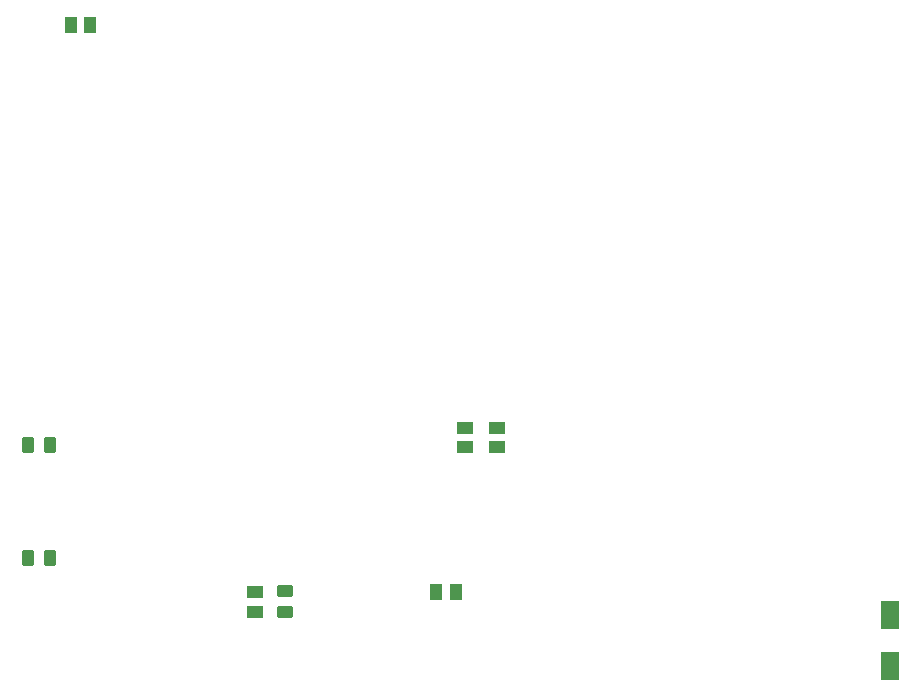
<source format=gbr>
%TF.GenerationSoftware,KiCad,Pcbnew,7.0.8*%
%TF.CreationDate,2023-10-09T21:05:16-03:00*%
%TF.ProjectId,PlacaTeste_Sillion,506c6163-6154-4657-9374-655f53696c6c,r1.0*%
%TF.SameCoordinates,Original*%
%TF.FileFunction,Paste,Bot*%
%TF.FilePolarity,Positive*%
%FSLAX46Y46*%
G04 Gerber Fmt 4.6, Leading zero omitted, Abs format (unit mm)*
G04 Created by KiCad (PCBNEW 7.0.8) date 2023-10-09 21:05:16*
%MOMM*%
%LPD*%
G01*
G04 APERTURE LIST*
G04 Aperture macros list*
%AMRoundRect*
0 Rectangle with rounded corners*
0 $1 Rounding radius*
0 $2 $3 $4 $5 $6 $7 $8 $9 X,Y pos of 4 corners*
0 Add a 4 corners polygon primitive as box body*
4,1,4,$2,$3,$4,$5,$6,$7,$8,$9,$2,$3,0*
0 Add four circle primitives for the rounded corners*
1,1,$1+$1,$2,$3*
1,1,$1+$1,$4,$5*
1,1,$1+$1,$6,$7*
1,1,$1+$1,$8,$9*
0 Add four rect primitives between the rounded corners*
20,1,$1+$1,$2,$3,$4,$5,0*
20,1,$1+$1,$4,$5,$6,$7,0*
20,1,$1+$1,$6,$7,$8,$9,0*
20,1,$1+$1,$8,$9,$2,$3,0*%
G04 Aperture macros list end*
%ADD10RoundRect,0.250000X0.262500X0.450000X-0.262500X0.450000X-0.262500X-0.450000X0.262500X-0.450000X0*%
%ADD11R,1.470000X0.990000*%
%ADD12R,0.990000X1.470000*%
%ADD13R,1.550000X2.350000*%
%ADD14RoundRect,0.250000X-0.450000X0.262500X-0.450000X-0.262500X0.450000X-0.262500X0.450000X0.262500X0*%
G04 APERTURE END LIST*
D10*
%TO.C,R6*%
X76581000Y-88265000D03*
X74756000Y-88265000D03*
%TD*%
D11*
%TO.C,C5*%
X111760000Y-78925000D03*
X111760000Y-77285000D03*
%TD*%
D12*
%TO.C,C3*%
X109289000Y-91186000D03*
X110929000Y-91186000D03*
%TD*%
D11*
%TO.C,C6*%
X93980000Y-91197000D03*
X93980000Y-92837000D03*
%TD*%
D13*
%TO.C,D1*%
X147701000Y-97391000D03*
X147701000Y-93091000D03*
%TD*%
D11*
%TO.C,C4*%
X114427000Y-78925000D03*
X114427000Y-77285000D03*
%TD*%
D14*
%TO.C,R1*%
X96520000Y-91059000D03*
X96520000Y-92884000D03*
%TD*%
D10*
%TO.C,R7*%
X76552500Y-78740000D03*
X74727500Y-78740000D03*
%TD*%
D12*
%TO.C,C2*%
X80010000Y-43180000D03*
X78370000Y-43180000D03*
%TD*%
M02*

</source>
